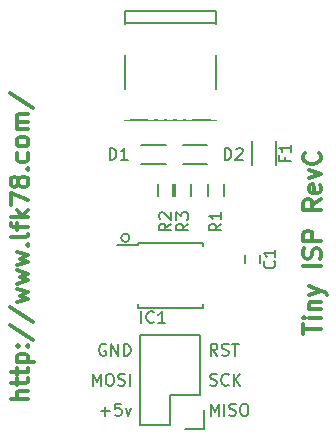
<source format=gto>
G04 #@! TF.FileFunction,Legend,Top*
%FSLAX46Y46*%
G04 Gerber Fmt 4.6, Leading zero omitted, Abs format (unit mm)*
G04 Created by KiCad (PCBNEW 4.0.6) date Sunday, July 09, 2017 'PMt' 08:53:28 PM*
%MOMM*%
%LPD*%
G01*
G04 APERTURE LIST*
%ADD10C,0.100000*%
%ADD11C,0.200000*%
%ADD12C,0.300000*%
%ADD13C,0.150000*%
%ADD14C,4.480000*%
%ADD15R,0.980000X1.280000*%
%ADD16R,1.680000X2.080000*%
%ADD17R,0.580380X2.381240*%
%ADD18R,2.078980X2.579360*%
%ADD19C,0.979160*%
%ADD20R,1.780000X0.730000*%
%ADD21R,1.080000X1.080000*%
%ADD22R,0.830000X1.280000*%
%ADD23R,1.807200X1.807200*%
%ADD24O,1.807200X1.807200*%
G04 APERTURE END LIST*
D10*
D11*
X84915714Y-71826429D02*
X85677619Y-71826429D01*
X85296667Y-72207381D02*
X85296667Y-71445476D01*
X86630000Y-71207381D02*
X86153809Y-71207381D01*
X86106190Y-71683571D01*
X86153809Y-71635952D01*
X86249047Y-71588333D01*
X86487143Y-71588333D01*
X86582381Y-71635952D01*
X86630000Y-71683571D01*
X86677619Y-71778810D01*
X86677619Y-72016905D01*
X86630000Y-72112143D01*
X86582381Y-72159762D01*
X86487143Y-72207381D01*
X86249047Y-72207381D01*
X86153809Y-72159762D01*
X86106190Y-72112143D01*
X87010952Y-71540714D02*
X87249047Y-72207381D01*
X87487143Y-71540714D01*
X94789524Y-67127381D02*
X94456190Y-66651190D01*
X94218095Y-67127381D02*
X94218095Y-66127381D01*
X94599048Y-66127381D01*
X94694286Y-66175000D01*
X94741905Y-66222619D01*
X94789524Y-66317857D01*
X94789524Y-66460714D01*
X94741905Y-66555952D01*
X94694286Y-66603571D01*
X94599048Y-66651190D01*
X94218095Y-66651190D01*
X95170476Y-67079762D02*
X95313333Y-67127381D01*
X95551429Y-67127381D01*
X95646667Y-67079762D01*
X95694286Y-67032143D01*
X95741905Y-66936905D01*
X95741905Y-66841667D01*
X95694286Y-66746429D01*
X95646667Y-66698810D01*
X95551429Y-66651190D01*
X95360952Y-66603571D01*
X95265714Y-66555952D01*
X95218095Y-66508333D01*
X95170476Y-66413095D01*
X95170476Y-66317857D01*
X95218095Y-66222619D01*
X95265714Y-66175000D01*
X95360952Y-66127381D01*
X95599048Y-66127381D01*
X95741905Y-66175000D01*
X96027619Y-66127381D02*
X96599048Y-66127381D01*
X96313333Y-67127381D02*
X96313333Y-66127381D01*
X94170476Y-69619762D02*
X94313333Y-69667381D01*
X94551429Y-69667381D01*
X94646667Y-69619762D01*
X94694286Y-69572143D01*
X94741905Y-69476905D01*
X94741905Y-69381667D01*
X94694286Y-69286429D01*
X94646667Y-69238810D01*
X94551429Y-69191190D01*
X94360952Y-69143571D01*
X94265714Y-69095952D01*
X94218095Y-69048333D01*
X94170476Y-68953095D01*
X94170476Y-68857857D01*
X94218095Y-68762619D01*
X94265714Y-68715000D01*
X94360952Y-68667381D01*
X94599048Y-68667381D01*
X94741905Y-68715000D01*
X95741905Y-69572143D02*
X95694286Y-69619762D01*
X95551429Y-69667381D01*
X95456191Y-69667381D01*
X95313333Y-69619762D01*
X95218095Y-69524524D01*
X95170476Y-69429286D01*
X95122857Y-69238810D01*
X95122857Y-69095952D01*
X95170476Y-68905476D01*
X95218095Y-68810238D01*
X95313333Y-68715000D01*
X95456191Y-68667381D01*
X95551429Y-68667381D01*
X95694286Y-68715000D01*
X95741905Y-68762619D01*
X96170476Y-69667381D02*
X96170476Y-68667381D01*
X96741905Y-69667381D02*
X96313333Y-69095952D01*
X96741905Y-68667381D02*
X96170476Y-69238810D01*
D12*
X78783571Y-70762857D02*
X77283571Y-70762857D01*
X78783571Y-70120000D02*
X77997857Y-70120000D01*
X77855000Y-70191429D01*
X77783571Y-70334286D01*
X77783571Y-70548571D01*
X77855000Y-70691429D01*
X77926429Y-70762857D01*
X77783571Y-69620000D02*
X77783571Y-69048571D01*
X77283571Y-69405714D02*
X78569286Y-69405714D01*
X78712143Y-69334286D01*
X78783571Y-69191428D01*
X78783571Y-69048571D01*
X77783571Y-68762857D02*
X77783571Y-68191428D01*
X77283571Y-68548571D02*
X78569286Y-68548571D01*
X78712143Y-68477143D01*
X78783571Y-68334285D01*
X78783571Y-68191428D01*
X77783571Y-67691428D02*
X79283571Y-67691428D01*
X77855000Y-67691428D02*
X77783571Y-67548571D01*
X77783571Y-67262857D01*
X77855000Y-67120000D01*
X77926429Y-67048571D01*
X78069286Y-66977142D01*
X78497857Y-66977142D01*
X78640714Y-67048571D01*
X78712143Y-67120000D01*
X78783571Y-67262857D01*
X78783571Y-67548571D01*
X78712143Y-67691428D01*
X78640714Y-66334285D02*
X78712143Y-66262857D01*
X78783571Y-66334285D01*
X78712143Y-66405714D01*
X78640714Y-66334285D01*
X78783571Y-66334285D01*
X77855000Y-66334285D02*
X77926429Y-66262857D01*
X77997857Y-66334285D01*
X77926429Y-66405714D01*
X77855000Y-66334285D01*
X77997857Y-66334285D01*
X77212143Y-64548571D02*
X79140714Y-65834285D01*
X77212143Y-62977142D02*
X79140714Y-64262856D01*
X77783571Y-62619998D02*
X78783571Y-62334284D01*
X78069286Y-62048570D01*
X78783571Y-61762855D01*
X77783571Y-61477141D01*
X77783571Y-61048569D02*
X78783571Y-60762855D01*
X78069286Y-60477141D01*
X78783571Y-60191426D01*
X77783571Y-59905712D01*
X77783571Y-59477140D02*
X78783571Y-59191426D01*
X78069286Y-58905712D01*
X78783571Y-58619997D01*
X77783571Y-58334283D01*
X78640714Y-57762854D02*
X78712143Y-57691426D01*
X78783571Y-57762854D01*
X78712143Y-57834283D01*
X78640714Y-57762854D01*
X78783571Y-57762854D01*
X78783571Y-56834282D02*
X78712143Y-56977140D01*
X78569286Y-57048568D01*
X77283571Y-57048568D01*
X77783571Y-56477140D02*
X77783571Y-55905711D01*
X78783571Y-56262854D02*
X77497857Y-56262854D01*
X77355000Y-56191426D01*
X77283571Y-56048568D01*
X77283571Y-55905711D01*
X78783571Y-55405711D02*
X77283571Y-55405711D01*
X78212143Y-55262854D02*
X78783571Y-54834283D01*
X77783571Y-54834283D02*
X78355000Y-55405711D01*
X77283571Y-54334282D02*
X77283571Y-53334282D01*
X78783571Y-53977139D01*
X77926429Y-52548568D02*
X77855000Y-52691426D01*
X77783571Y-52762854D01*
X77640714Y-52834283D01*
X77569286Y-52834283D01*
X77426429Y-52762854D01*
X77355000Y-52691426D01*
X77283571Y-52548568D01*
X77283571Y-52262854D01*
X77355000Y-52119997D01*
X77426429Y-52048568D01*
X77569286Y-51977140D01*
X77640714Y-51977140D01*
X77783571Y-52048568D01*
X77855000Y-52119997D01*
X77926429Y-52262854D01*
X77926429Y-52548568D01*
X77997857Y-52691426D01*
X78069286Y-52762854D01*
X78212143Y-52834283D01*
X78497857Y-52834283D01*
X78640714Y-52762854D01*
X78712143Y-52691426D01*
X78783571Y-52548568D01*
X78783571Y-52262854D01*
X78712143Y-52119997D01*
X78640714Y-52048568D01*
X78497857Y-51977140D01*
X78212143Y-51977140D01*
X78069286Y-52048568D01*
X77997857Y-52119997D01*
X77926429Y-52262854D01*
X78640714Y-51334283D02*
X78712143Y-51262855D01*
X78783571Y-51334283D01*
X78712143Y-51405712D01*
X78640714Y-51334283D01*
X78783571Y-51334283D01*
X78712143Y-49977140D02*
X78783571Y-50119997D01*
X78783571Y-50405711D01*
X78712143Y-50548569D01*
X78640714Y-50619997D01*
X78497857Y-50691426D01*
X78069286Y-50691426D01*
X77926429Y-50619997D01*
X77855000Y-50548569D01*
X77783571Y-50405711D01*
X77783571Y-50119997D01*
X77855000Y-49977140D01*
X78783571Y-49119997D02*
X78712143Y-49262855D01*
X78640714Y-49334283D01*
X78497857Y-49405712D01*
X78069286Y-49405712D01*
X77926429Y-49334283D01*
X77855000Y-49262855D01*
X77783571Y-49119997D01*
X77783571Y-48905712D01*
X77855000Y-48762855D01*
X77926429Y-48691426D01*
X78069286Y-48619997D01*
X78497857Y-48619997D01*
X78640714Y-48691426D01*
X78712143Y-48762855D01*
X78783571Y-48905712D01*
X78783571Y-49119997D01*
X78783571Y-47977140D02*
X77783571Y-47977140D01*
X77926429Y-47977140D02*
X77855000Y-47905712D01*
X77783571Y-47762854D01*
X77783571Y-47548569D01*
X77855000Y-47405712D01*
X77997857Y-47334283D01*
X78783571Y-47334283D01*
X77997857Y-47334283D02*
X77855000Y-47262854D01*
X77783571Y-47119997D01*
X77783571Y-46905712D01*
X77855000Y-46762854D01*
X77997857Y-46691426D01*
X78783571Y-46691426D01*
X77212143Y-44905712D02*
X79140714Y-46191426D01*
D11*
X87348553Y-57150000D02*
G75*
G03X87348553Y-57150000I-353553J0D01*
G01*
D12*
X102048571Y-65262143D02*
X102048571Y-64405000D01*
X103548571Y-64833571D02*
X102048571Y-64833571D01*
X103548571Y-63905000D02*
X102548571Y-63905000D01*
X102048571Y-63905000D02*
X102120000Y-63976429D01*
X102191429Y-63905000D01*
X102120000Y-63833572D01*
X102048571Y-63905000D01*
X102191429Y-63905000D01*
X102548571Y-63190714D02*
X103548571Y-63190714D01*
X102691429Y-63190714D02*
X102620000Y-63119286D01*
X102548571Y-62976428D01*
X102548571Y-62762143D01*
X102620000Y-62619286D01*
X102762857Y-62547857D01*
X103548571Y-62547857D01*
X102548571Y-61976428D02*
X103548571Y-61619285D01*
X102548571Y-61262143D02*
X103548571Y-61619285D01*
X103905714Y-61762143D01*
X103977143Y-61833571D01*
X104048571Y-61976428D01*
X103548571Y-59547857D02*
X102048571Y-59547857D01*
X103477143Y-58905000D02*
X103548571Y-58690714D01*
X103548571Y-58333571D01*
X103477143Y-58190714D01*
X103405714Y-58119285D01*
X103262857Y-58047857D01*
X103120000Y-58047857D01*
X102977143Y-58119285D01*
X102905714Y-58190714D01*
X102834286Y-58333571D01*
X102762857Y-58619285D01*
X102691429Y-58762143D01*
X102620000Y-58833571D01*
X102477143Y-58905000D01*
X102334286Y-58905000D01*
X102191429Y-58833571D01*
X102120000Y-58762143D01*
X102048571Y-58619285D01*
X102048571Y-58262143D01*
X102120000Y-58047857D01*
X103548571Y-57405000D02*
X102048571Y-57405000D01*
X102048571Y-56833572D01*
X102120000Y-56690714D01*
X102191429Y-56619286D01*
X102334286Y-56547857D01*
X102548571Y-56547857D01*
X102691429Y-56619286D01*
X102762857Y-56690714D01*
X102834286Y-56833572D01*
X102834286Y-57405000D01*
X103548571Y-53905000D02*
X102834286Y-54405000D01*
X103548571Y-54762143D02*
X102048571Y-54762143D01*
X102048571Y-54190715D01*
X102120000Y-54047857D01*
X102191429Y-53976429D01*
X102334286Y-53905000D01*
X102548571Y-53905000D01*
X102691429Y-53976429D01*
X102762857Y-54047857D01*
X102834286Y-54190715D01*
X102834286Y-54762143D01*
X103477143Y-52690715D02*
X103548571Y-52833572D01*
X103548571Y-53119286D01*
X103477143Y-53262143D01*
X103334286Y-53333572D01*
X102762857Y-53333572D01*
X102620000Y-53262143D01*
X102548571Y-53119286D01*
X102548571Y-52833572D01*
X102620000Y-52690715D01*
X102762857Y-52619286D01*
X102905714Y-52619286D01*
X103048571Y-53333572D01*
X102548571Y-52119286D02*
X103548571Y-51762143D01*
X102548571Y-51405001D01*
X103405714Y-49976429D02*
X103477143Y-50047858D01*
X103548571Y-50262144D01*
X103548571Y-50405001D01*
X103477143Y-50619286D01*
X103334286Y-50762144D01*
X103191429Y-50833572D01*
X102905714Y-50905001D01*
X102691429Y-50905001D01*
X102405714Y-50833572D01*
X102262857Y-50762144D01*
X102120000Y-50619286D01*
X102048571Y-50405001D01*
X102048571Y-50262144D01*
X102120000Y-50047858D01*
X102191429Y-49976429D01*
D11*
X84249048Y-69667381D02*
X84249048Y-68667381D01*
X84582382Y-69381667D01*
X84915715Y-68667381D01*
X84915715Y-69667381D01*
X85582381Y-68667381D02*
X85772858Y-68667381D01*
X85868096Y-68715000D01*
X85963334Y-68810238D01*
X86010953Y-69000714D01*
X86010953Y-69334048D01*
X85963334Y-69524524D01*
X85868096Y-69619762D01*
X85772858Y-69667381D01*
X85582381Y-69667381D01*
X85487143Y-69619762D01*
X85391905Y-69524524D01*
X85344286Y-69334048D01*
X85344286Y-69000714D01*
X85391905Y-68810238D01*
X85487143Y-68715000D01*
X85582381Y-68667381D01*
X86391905Y-69619762D02*
X86534762Y-69667381D01*
X86772858Y-69667381D01*
X86868096Y-69619762D01*
X86915715Y-69572143D01*
X86963334Y-69476905D01*
X86963334Y-69381667D01*
X86915715Y-69286429D01*
X86868096Y-69238810D01*
X86772858Y-69191190D01*
X86582381Y-69143571D01*
X86487143Y-69095952D01*
X86439524Y-69048333D01*
X86391905Y-68953095D01*
X86391905Y-68857857D01*
X86439524Y-68762619D01*
X86487143Y-68715000D01*
X86582381Y-68667381D01*
X86820477Y-68667381D01*
X86963334Y-68715000D01*
X87391905Y-69667381D02*
X87391905Y-68667381D01*
X85344286Y-66175000D02*
X85249048Y-66127381D01*
X85106191Y-66127381D01*
X84963333Y-66175000D01*
X84868095Y-66270238D01*
X84820476Y-66365476D01*
X84772857Y-66555952D01*
X84772857Y-66698810D01*
X84820476Y-66889286D01*
X84868095Y-66984524D01*
X84963333Y-67079762D01*
X85106191Y-67127381D01*
X85201429Y-67127381D01*
X85344286Y-67079762D01*
X85391905Y-67032143D01*
X85391905Y-66698810D01*
X85201429Y-66698810D01*
X85820476Y-67127381D02*
X85820476Y-66127381D01*
X86391905Y-67127381D01*
X86391905Y-66127381D01*
X86868095Y-67127381D02*
X86868095Y-66127381D01*
X87106190Y-66127381D01*
X87249048Y-66175000D01*
X87344286Y-66270238D01*
X87391905Y-66365476D01*
X87439524Y-66555952D01*
X87439524Y-66698810D01*
X87391905Y-66889286D01*
X87344286Y-66984524D01*
X87249048Y-67079762D01*
X87106190Y-67127381D01*
X86868095Y-67127381D01*
X94218095Y-72207381D02*
X94218095Y-71207381D01*
X94551429Y-71921667D01*
X94884762Y-71207381D01*
X94884762Y-72207381D01*
X95360952Y-72207381D02*
X95360952Y-71207381D01*
X95789523Y-72159762D02*
X95932380Y-72207381D01*
X96170476Y-72207381D01*
X96265714Y-72159762D01*
X96313333Y-72112143D01*
X96360952Y-72016905D01*
X96360952Y-71921667D01*
X96313333Y-71826429D01*
X96265714Y-71778810D01*
X96170476Y-71731190D01*
X95979999Y-71683571D01*
X95884761Y-71635952D01*
X95837142Y-71588333D01*
X95789523Y-71493095D01*
X95789523Y-71397857D01*
X95837142Y-71302619D01*
X95884761Y-71255000D01*
X95979999Y-71207381D01*
X96218095Y-71207381D01*
X96360952Y-71255000D01*
X96979999Y-71207381D02*
X97170476Y-71207381D01*
X97265714Y-71255000D01*
X97360952Y-71350238D01*
X97408571Y-71540714D01*
X97408571Y-71874048D01*
X97360952Y-72064524D01*
X97265714Y-72159762D01*
X97170476Y-72207381D01*
X96979999Y-72207381D01*
X96884761Y-72159762D01*
X96789523Y-72064524D01*
X96741904Y-71874048D01*
X96741904Y-71540714D01*
X96789523Y-71350238D01*
X96884761Y-71255000D01*
X96979999Y-71207381D01*
D13*
X92570000Y-52600000D02*
X92570000Y-53600000D01*
X91220000Y-53600000D02*
X91220000Y-52600000D01*
X97730000Y-48960000D02*
X97730000Y-50960000D01*
X99780000Y-50960000D02*
X99780000Y-48960000D01*
X94655640Y-38945820D02*
X86954360Y-38945820D01*
X94655640Y-37945060D02*
X86954360Y-37945060D01*
X86954360Y-37945060D02*
X86954360Y-47144940D01*
X86954360Y-47144940D02*
X94655640Y-47144940D01*
X94655640Y-47144940D02*
X94655640Y-37945060D01*
X88055000Y-57570000D02*
X88055000Y-57775000D01*
X93555000Y-57570000D02*
X93555000Y-57870000D01*
X93555000Y-63080000D02*
X93555000Y-62780000D01*
X88055000Y-63080000D02*
X88055000Y-62780000D01*
X88055000Y-57570000D02*
X93555000Y-57570000D01*
X88055000Y-63080000D02*
X93555000Y-63080000D01*
X88055000Y-57775000D02*
X86305000Y-57775000D01*
X91845000Y-50900000D02*
X93945000Y-50900000D01*
X91845000Y-49300000D02*
X93945000Y-49300000D01*
X90445000Y-49300000D02*
X88345000Y-49300000D01*
X90445000Y-50900000D02*
X88345000Y-50900000D01*
X91070000Y-52600000D02*
X91070000Y-53600000D01*
X89720000Y-53600000D02*
X89720000Y-52600000D01*
X95320000Y-52600000D02*
X95320000Y-53600000D01*
X93970000Y-53600000D02*
X93970000Y-52600000D01*
X98355000Y-58610000D02*
X98355000Y-59310000D01*
X97155000Y-59310000D02*
X97155000Y-58610000D01*
X93345000Y-70485000D02*
X93345000Y-65405000D01*
X93625000Y-73305000D02*
X92075000Y-73305000D01*
X90805000Y-73025000D02*
X90805000Y-70485000D01*
X90805000Y-70485000D02*
X93345000Y-70485000D01*
X93345000Y-65405000D02*
X88265000Y-65405000D01*
X88265000Y-65405000D02*
X88265000Y-70485000D01*
X93625000Y-73305000D02*
X93625000Y-71755000D01*
X88265000Y-73025000D02*
X90805000Y-73025000D01*
X88265000Y-70485000D02*
X88265000Y-73025000D01*
X92324181Y-55945066D02*
X91847990Y-56278400D01*
X92324181Y-56516495D02*
X91324181Y-56516495D01*
X91324181Y-56135542D01*
X91371800Y-56040304D01*
X91419419Y-55992685D01*
X91514657Y-55945066D01*
X91657514Y-55945066D01*
X91752752Y-55992685D01*
X91800371Y-56040304D01*
X91847990Y-56135542D01*
X91847990Y-56516495D01*
X91324181Y-55611733D02*
X91324181Y-54992685D01*
X91705133Y-55326019D01*
X91705133Y-55183161D01*
X91752752Y-55087923D01*
X91800371Y-55040304D01*
X91895610Y-54992685D01*
X92133705Y-54992685D01*
X92228943Y-55040304D01*
X92276562Y-55087923D01*
X92324181Y-55183161D01*
X92324181Y-55468876D01*
X92276562Y-55564114D01*
X92228943Y-55611733D01*
X100487171Y-50320533D02*
X100487171Y-50653867D01*
X101010981Y-50653867D02*
X100010981Y-50653867D01*
X100010981Y-50177676D01*
X101010981Y-49272914D02*
X101010981Y-49844343D01*
X101010981Y-49558629D02*
X100010981Y-49558629D01*
X100153838Y-49653867D01*
X100249076Y-49749105D01*
X100296695Y-49844343D01*
X88355610Y-64358781D02*
X88355610Y-63358781D01*
X89403229Y-64263543D02*
X89355610Y-64311162D01*
X89212753Y-64358781D01*
X89117515Y-64358781D01*
X88974657Y-64311162D01*
X88879419Y-64215924D01*
X88831800Y-64120686D01*
X88784181Y-63930210D01*
X88784181Y-63787352D01*
X88831800Y-63596876D01*
X88879419Y-63501638D01*
X88974657Y-63406400D01*
X89117515Y-63358781D01*
X89212753Y-63358781D01*
X89355610Y-63406400D01*
X89403229Y-63454019D01*
X90355610Y-64358781D02*
X89784181Y-64358781D01*
X90069895Y-64358781D02*
X90069895Y-63358781D01*
X89974657Y-63501638D01*
X89879419Y-63596876D01*
X89784181Y-63644495D01*
X95406905Y-50552381D02*
X95406905Y-49552381D01*
X95645000Y-49552381D01*
X95787858Y-49600000D01*
X95883096Y-49695238D01*
X95930715Y-49790476D01*
X95978334Y-49980952D01*
X95978334Y-50123810D01*
X95930715Y-50314286D01*
X95883096Y-50409524D01*
X95787858Y-50504762D01*
X95645000Y-50552381D01*
X95406905Y-50552381D01*
X96359286Y-49647619D02*
X96406905Y-49600000D01*
X96502143Y-49552381D01*
X96740239Y-49552381D01*
X96835477Y-49600000D01*
X96883096Y-49647619D01*
X96930715Y-49742857D01*
X96930715Y-49838095D01*
X96883096Y-49980952D01*
X96311667Y-50552381D01*
X96930715Y-50552381D01*
X85656905Y-50552381D02*
X85656905Y-49552381D01*
X85895000Y-49552381D01*
X86037858Y-49600000D01*
X86133096Y-49695238D01*
X86180715Y-49790476D01*
X86228334Y-49980952D01*
X86228334Y-50123810D01*
X86180715Y-50314286D01*
X86133096Y-50409524D01*
X86037858Y-50504762D01*
X85895000Y-50552381D01*
X85656905Y-50552381D01*
X87180715Y-50552381D02*
X86609286Y-50552381D01*
X86895000Y-50552381D02*
X86895000Y-49552381D01*
X86799762Y-49695238D01*
X86704524Y-49790476D01*
X86609286Y-49838095D01*
X90850981Y-55945066D02*
X90374790Y-56278400D01*
X90850981Y-56516495D02*
X89850981Y-56516495D01*
X89850981Y-56135542D01*
X89898600Y-56040304D01*
X89946219Y-55992685D01*
X90041457Y-55945066D01*
X90184314Y-55945066D01*
X90279552Y-55992685D01*
X90327171Y-56040304D01*
X90374790Y-56135542D01*
X90374790Y-56516495D01*
X89946219Y-55564114D02*
X89898600Y-55516495D01*
X89850981Y-55421257D01*
X89850981Y-55183161D01*
X89898600Y-55087923D01*
X89946219Y-55040304D01*
X90041457Y-54992685D01*
X90136695Y-54992685D01*
X90279552Y-55040304D01*
X90850981Y-55611733D01*
X90850981Y-54992685D01*
X95118181Y-55945066D02*
X94641990Y-56278400D01*
X95118181Y-56516495D02*
X94118181Y-56516495D01*
X94118181Y-56135542D01*
X94165800Y-56040304D01*
X94213419Y-55992685D01*
X94308657Y-55945066D01*
X94451514Y-55945066D01*
X94546752Y-55992685D01*
X94594371Y-56040304D01*
X94641990Y-56135542D01*
X94641990Y-56516495D01*
X95118181Y-54992685D02*
X95118181Y-55564114D01*
X95118181Y-55278400D02*
X94118181Y-55278400D01*
X94261038Y-55373638D01*
X94356276Y-55468876D01*
X94403895Y-55564114D01*
X99612143Y-59126666D02*
X99659762Y-59174285D01*
X99707381Y-59317142D01*
X99707381Y-59412380D01*
X99659762Y-59555238D01*
X99564524Y-59650476D01*
X99469286Y-59698095D01*
X99278810Y-59745714D01*
X99135952Y-59745714D01*
X98945476Y-59698095D01*
X98850238Y-59650476D01*
X98755000Y-59555238D01*
X98707381Y-59412380D01*
X98707381Y-59317142D01*
X98755000Y-59174285D01*
X98802619Y-59126666D01*
X99707381Y-58174285D02*
X99707381Y-58745714D01*
X99707381Y-58460000D02*
X98707381Y-58460000D01*
X98850238Y-58555238D01*
X98945476Y-58650476D01*
X98993095Y-58745714D01*
%LPC*%
D14*
X101755000Y-73960000D03*
X79755000Y-73960000D03*
X101755000Y-41960000D03*
D15*
X91895000Y-54200000D03*
X91895000Y-52000000D03*
D16*
X98755000Y-51960000D03*
X98755000Y-47960000D03*
D17*
X92405200Y-45994320D03*
X91605100Y-45994320D03*
X90805000Y-45994320D03*
X90004900Y-45994320D03*
X89204800Y-45994320D03*
D18*
X95255080Y-45895260D03*
X95255080Y-40396160D03*
X86354920Y-45895260D03*
X86354920Y-40396160D03*
D19*
X93004640Y-43395900D03*
X88605360Y-43395900D03*
D20*
X87155000Y-58420000D03*
X87155000Y-59690000D03*
X87155000Y-60960000D03*
X87155000Y-62230000D03*
X94455000Y-62230000D03*
X94455000Y-60960000D03*
X94455000Y-59690000D03*
X94455000Y-58420000D03*
D21*
X91895000Y-50100000D03*
X94395000Y-50100000D03*
X90395000Y-50100000D03*
X87895000Y-50100000D03*
D15*
X90395000Y-54200000D03*
X90395000Y-52000000D03*
X94645000Y-54200000D03*
X94645000Y-52000000D03*
D22*
X97755000Y-58010000D03*
X97755000Y-59910000D03*
D23*
X92075000Y-71755000D03*
D24*
X89535000Y-71755000D03*
X92075000Y-69215000D03*
X89535000Y-69215000D03*
X92075000Y-66675000D03*
X89535000Y-66675000D03*
D14*
X79755000Y-41960000D03*
M02*

</source>
